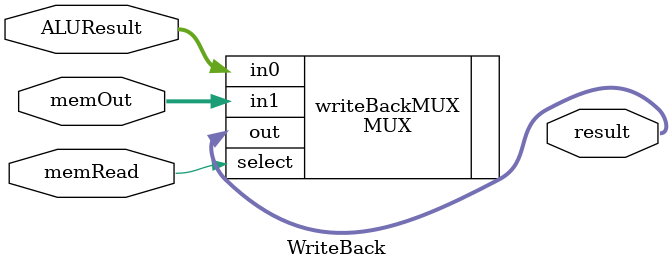
<source format=v>

module WriteBack(memRead, ALUResult, memOut, result);
	input wire memRead;
	input wire[31:0] ALUResult, memOut;
	output wire[31:0] result;
	MUX writeBackMUX(.select(memRead), .in0(ALUResult), .in1(memOut), .out(result));
endmodule

</source>
